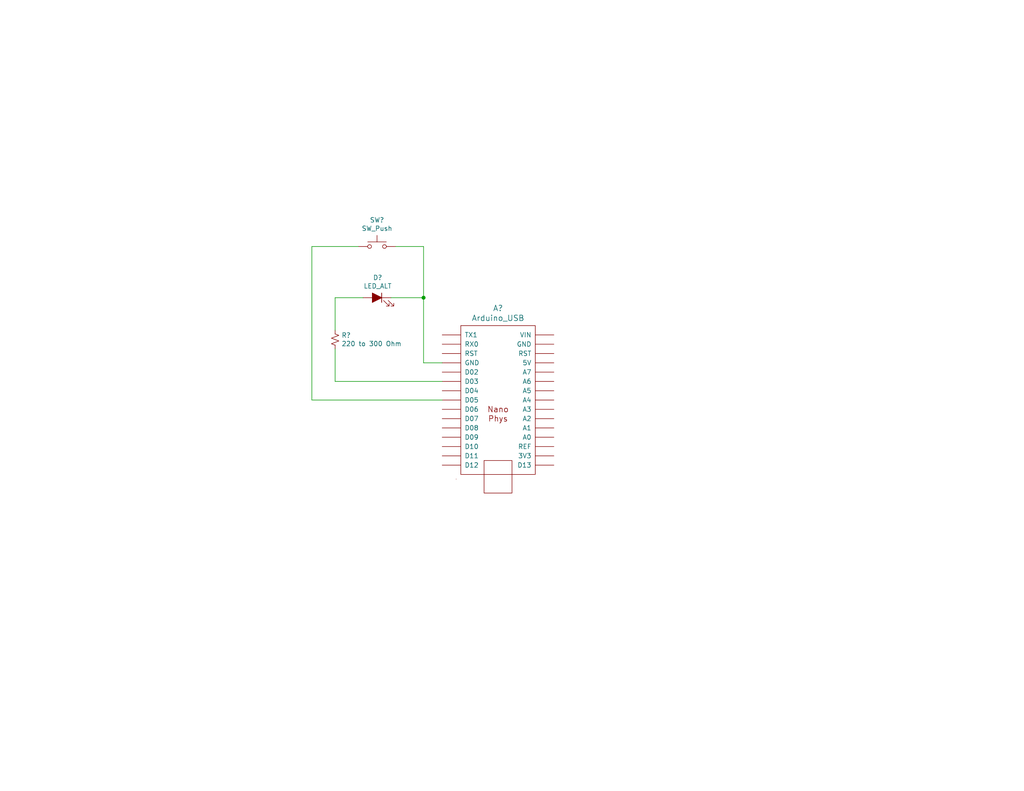
<source format=kicad_sch>
(kicad_sch (version 20230121) (generator eeschema)
  (paper "A")
  (title_block (title "01 Blinking LED part B") (date "2023-04-13") (company "Author: https://github.com/Mark-MDO47/ArduinoClass/tree/master") (comment 1 "NOTE: Chips & Modules shown top view, notch at top"))
  (lib_symbols
    (symbol "01_BlinkingLED_B-rescue:Arduino_USB-mdoLibrary" (pin_names (offset 1.016))
      (property "Reference" "A" (at 0 0 0))
      (property "Value" "mdoLibrary_Arduino_USB" (at 0 2.54 90))
      (symbol "Arduino_USB-mdoLibrary_0_0"
        (rectangle (start -10.16 20.32) (end 10.16 -20.32))
        (text "Nano" (at 0 -2.54 0) (effects (font (size 1.524 1.524))))
        (text "Phys" (at 0 -5.08 0) (effects (font (size 1.524 1.524))))
      )
      (symbol "Arduino_USB-mdoLibrary_0_1"
        (rectangle (start -11.43 -21.59) (end -11.43 -21.59))
        (rectangle (start 3.81 -25.4) (end -3.81 -16.51))
      )
      (symbol "Arduino_USB-mdoLibrary_1_1"
        (pin input line (at 15.24 -15.24 180) (length 5.08) (name "3V3") (number "~"))
        (pin input line (at 15.24 10.16 180) (length 5.08) (name "5V") (number "~"))
        (pin input line (at 15.24 -10.16 180) (length 5.08) (name "A0") (number "~"))
        (pin input line (at 15.24 -7.62 180) (length 5.08) (name "A1") (number "~"))
        (pin input line (at 15.24 -5.08 180) (length 5.08) (name "A2") (number "~"))
        (pin input line (at 15.24 -2.54 180) (length 5.08) (name "A3") (number "~"))
        (pin input line (at 15.24 0 180) (length 5.08) (name "A4") (number "~"))
        (pin input line (at 15.24 2.54 180) (length 5.08) (name "A5") (number "~"))
        (pin input line (at 15.24 5.08 180) (length 5.08) (name "A6") (number "~"))
        (pin input line (at 15.24 7.62 180) (length 5.08) (name "A7") (number "~"))
        (pin input line (at -15.24 7.62 0) (length 5.08) (name "D02") (number "~"))
        (pin input line (at -15.24 5.08 0) (length 5.08) (name "D03") (number "~"))
        (pin input line (at -15.24 2.54 0) (length 5.08) (name "D04") (number "~"))
        (pin input line (at -15.24 0 0) (length 5.08) (name "D05") (number "~"))
        (pin input line (at -15.24 -2.54 0) (length 5.08) (name "D06") (number "~"))
        (pin input line (at -15.24 -5.08 0) (length 5.08) (name "D07") (number "~"))
        (pin input line (at -15.24 -7.62 0) (length 5.08) (name "D08") (number "~"))
        (pin input line (at -15.24 -10.16 0) (length 5.08) (name "D09") (number "~"))
        (pin input line (at -15.24 -12.7 0) (length 5.08) (name "D10") (number "~"))
        (pin input line (at -15.24 -15.24 0) (length 5.08) (name "D11") (number "~"))
        (pin input line (at -15.24 -17.78 0) (length 5.08) (name "D12") (number "~"))
        (pin input line (at 15.24 -17.78 180) (length 5.08) (name "D13") (number "~"))
        (pin input line (at -15.24 10.16 0) (length 5.08) (name "GND") (number "~"))
        (pin input line (at 15.24 15.24 180) (length 5.08) (name "GND") (number "~"))
        (pin input line (at 15.24 -12.7 180) (length 5.08) (name "REF") (number "~"))
        (pin input line (at -15.24 12.7 0) (length 5.08) (name "RST") (number "~"))
        (pin input line (at 15.24 12.7 180) (length 5.08) (name "RST") (number "~"))
        (pin input line (at -15.24 15.24 0) (length 5.08) (name "RX0") (number "~"))
        (pin input line (at -15.24 17.78 0) (length 5.08) (name "TX1") (number "~"))
        (pin input line (at 15.24 17.78 180) (length 5.08) (name "VIN") (number "~"))
      )
    )
    (symbol "01_BlinkingLED_B-rescue:LED_ALT-Device" (pin_numbers hide) (pin_names (offset 1.016) hide)
      (property "Reference" "D" (at 0 2.54 0))
      (property "Value" "Device_LED_ALT" (at 0 -2.54 0))
      (symbol "LED_ALT-Device_0_1"
        (polyline (pts (xy -1.27 -1.27) (xy -1.27 1.27)) (stroke (width 0.2032)))
        (polyline (pts (xy -1.27 0) (xy 1.27 0)))
        (polyline (pts (xy 1.27 -1.27) (xy 1.27 1.27) (xy -1.27 0) (xy 1.27 -1.27)) (stroke (width 0.2032)) (fill (type outline)))
        (polyline (pts (xy -3.048 -0.762) (xy -4.572 -2.286) (xy -3.81 -2.286) (xy -4.572 -2.286) (xy -4.572 -1.524)))
        (polyline (pts (xy -1.778 -0.762) (xy -3.302 -2.286) (xy -2.54 -2.286) (xy -3.302 -2.286) (xy -3.302 -1.524)))
      )
      (symbol "LED_ALT-Device_1_1"
        (pin passive line (at -3.81 0 0) (length 2.54) (name "K") (number "1"))
        (pin passive line (at 3.81 0 180) (length 2.54) (name "A") (number "2"))
      )
    )
    (symbol "Device:R_Small_US" (pin_numbers hide) (pin_names (offset 0.254) hide)
      (property "Reference" "R" (at 0.762 0.508 0))
      (property "Value" "R_Small_US" (at 0.762 -1.016 0))
      (symbol "R_Small_US_1_1"
        (polyline (pts (xy 0 0) (xy 1.016 -0.381) (xy 0 -0.762) (xy -1.016 -1.143) (xy 0 -1.524)))
        (polyline (pts (xy 0 1.524) (xy 1.016 1.143) (xy 0 0.762) (xy -1.016 0.381) (xy 0 0)))
        (pin passive line (at 0 2.54 270) (length 1.016) (name "~") (number "1"))
        (pin passive line (at 0 -2.54 90) (length 1.016) (name "~") (number "2"))
      )
    )
    (symbol "Switch:SW_Push" (pin_numbers hide) (pin_names (offset 1.016) hide)
      (property "Reference" "SW" (at 1.27 2.54 0))
      (property "Value" "SW_Push" (at 0 -1.524 0))
      (symbol "SW_Push_0_1"
        (circle (center -2.032 0) (radius 0.508))
        (polyline (pts (xy 0 1.27) (xy 0 3.048)))
        (polyline (pts (xy 2.54 1.27) (xy -2.54 1.27)))
        (circle (center 2.032 0) (radius 0.508))
        (pin passive line (at -5.08 0 0) (length 2.54) (name "1") (number "1"))
        (pin passive line (at 5.08 0 180) (length 2.54) (name "2") (number "2"))
      )
    )
  )
  (junction (at 115.57 81.28))
  (wire (pts (xy 91.44 90.17) (xy 91.44 81.28)))
  (wire (pts (xy 91.44 104.14) (xy 91.44 95.25)))
  (wire (pts (xy 120.65 109.22) (xy 85.09 109.22)))
  (wire (pts (xy 106.68 81.28) (xy 115.57 81.28)))
  (wire (pts (xy 120.65 104.14) (xy 91.44 104.14)))
  (wire (pts (xy 115.57 99.06) (xy 120.65 99.06)))
  (wire (pts (xy 85.09 109.22) (xy 85.09 67.31)))
  (wire (pts (xy 85.09 67.31) (xy 97.79 67.31)))
  (wire (pts (xy 115.57 81.28) (xy 115.57 99.06)))
  (wire (pts (xy 107.95 67.31) (xy 115.57 67.31)))
  (wire (pts (xy 91.44 81.28) (xy 99.06 81.28)))
  (wire (pts (xy 115.57 67.31) (xy 115.57 81.28)))
  (symbol (lib_id "01_BlinkingLED_B-rescue:LED_ALT-Device") (at 102.87 81.28 0) (mirror y) (unit 1)
    (property "Reference" "D?" (at 103.0478 75.7936 0))
    (property "Value" "LED_ALT" (at 103.0478 78.105 0))
  )
  (symbol (lib_id "Device:R_Small_US") (at 91.44 92.71 0) (unit 1)
    (property "Reference" "R?" (at 93.1672 91.5416 0) (effects (justify left)))
    (property "Value" "220 to 300 Ohm" (at 93.1672 93.853 0) (effects (justify left)))
  )
  (symbol (lib_id "Switch:SW_Push") (at 102.87 67.31 0) (unit 1)
    (property "Reference" "SW?" (at 102.87 60.071 0))
    (property "Value" "SW_Push" (at 102.87 62.3824 0))
  )
  (symbol (lib_id "01_BlinkingLED_B-rescue:Arduino_USB-mdoLibrary") (at 135.89 109.22 0) (unit 1)
    (property "Reference" "A?" (at 135.89 84.1502 0) (effects (font (size 1.524 1.524))))
    (property "Value" "Arduino_USB" (at 135.89 86.8426 0) (effects (font (size 1.524 1.524))))
  )
)
</source>
